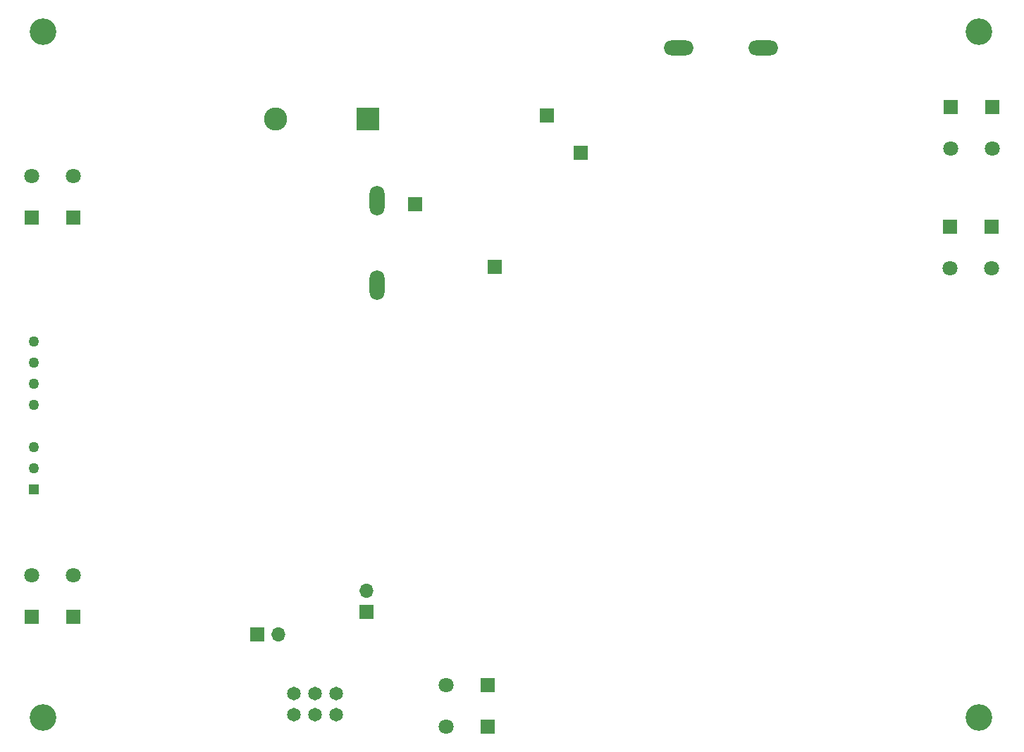
<source format=gbs>
G04 #@! TF.GenerationSoftware,KiCad,Pcbnew,(5.1.10)-1*
G04 #@! TF.CreationDate,2022-04-05T17:30:23-07:00*
G04 #@! TF.ProjectId,RacingTeam,52616369-6e67-4546-9561-6d2e6b696361,rev?*
G04 #@! TF.SameCoordinates,Original*
G04 #@! TF.FileFunction,Soldermask,Bot*
G04 #@! TF.FilePolarity,Negative*
%FSLAX46Y46*%
G04 Gerber Fmt 4.6, Leading zero omitted, Abs format (unit mm)*
G04 Created by KiCad (PCBNEW (5.1.10)-1) date 2022-04-05 17:30:23*
%MOMM*%
%LPD*%
G01*
G04 APERTURE LIST*
%ADD10C,3.200000*%
%ADD11O,1.700000X1.700000*%
%ADD12R,1.700000X1.700000*%
%ADD13R,1.800000X1.800000*%
%ADD14C,1.800000*%
%ADD15O,3.581400X1.790700*%
%ADD16O,1.790700X3.581400*%
%ADD17C,2.781300*%
%ADD18R,2.781300X2.781300*%
%ADD19C,1.650000*%
%ADD20C,1.258000*%
%ADD21R,1.258000X1.258000*%
G04 APERTURE END LIST*
D10*
G04 #@! TO.C,REF\u002A\u002A*
X114500000Y-118500000D03*
G04 #@! TD*
G04 #@! TO.C,REF\u002A\u002A*
X114500000Y-36000000D03*
G04 #@! TD*
G04 #@! TO.C,REF\u002A\u002A*
X227000000Y-36000000D03*
G04 #@! TD*
G04 #@! TO.C,REF\u002A\u002A*
X227000000Y-118500000D03*
G04 #@! TD*
D11*
G04 #@! TO.C,JP2*
X153400000Y-103300000D03*
D12*
X153400000Y-105840000D03*
G04 #@! TD*
G04 #@! TO.C,JP1*
X140250000Y-108500000D03*
D11*
X142790000Y-108500000D03*
G04 #@! TD*
D12*
G04 #@! TO.C,J4*
X168800000Y-64300000D03*
G04 #@! TD*
D13*
G04 #@! TO.C,J6*
X228500000Y-59500000D03*
D14*
X228500000Y-64500000D03*
D13*
X223500000Y-59500000D03*
D14*
X223500000Y-64500000D03*
G04 #@! TD*
G04 #@! TO.C,J7*
X223600000Y-50100000D03*
D13*
X223600000Y-45100000D03*
D14*
X228600000Y-50100000D03*
D13*
X228600000Y-45100000D03*
G04 #@! TD*
D12*
G04 #@! TO.C,J2*
X179120000Y-50580000D03*
G04 #@! TD*
G04 #@! TO.C,J3*
X175100000Y-46100000D03*
G04 #@! TD*
D15*
G04 #@! TO.C,D1*
X201080000Y-38000000D03*
X190920000Y-38000000D03*
G04 #@! TD*
D16*
G04 #@! TO.C,D2*
X154700000Y-66560000D03*
X154700000Y-56400000D03*
G04 #@! TD*
D12*
G04 #@! TO.C,J5*
X159200000Y-56800000D03*
G04 #@! TD*
D17*
G04 #@! TO.C,J1*
X142437400Y-46500000D03*
D18*
X153562600Y-46500000D03*
G04 #@! TD*
D14*
G04 #@! TO.C,J8*
X118200000Y-53400000D03*
D13*
X118200000Y-58400000D03*
D14*
X113200000Y-53400000D03*
D13*
X113200000Y-58400000D03*
G04 #@! TD*
D14*
G04 #@! TO.C,J11*
X163000000Y-114600000D03*
D13*
X168000000Y-114600000D03*
D14*
X163000000Y-119600000D03*
D13*
X168000000Y-119600000D03*
G04 #@! TD*
D19*
G04 #@! TO.C,J9*
X149740000Y-118170000D03*
X149740000Y-115630000D03*
X147200000Y-118170000D03*
X147200000Y-115630000D03*
X144660000Y-118170000D03*
X144660000Y-115630000D03*
G04 #@! TD*
D13*
G04 #@! TO.C,J10*
X113200000Y-106400000D03*
D14*
X113200000Y-101400000D03*
D13*
X118200000Y-106400000D03*
D14*
X118200000Y-101400000D03*
G04 #@! TD*
D20*
G04 #@! TO.C,PS1*
X113415000Y-73320000D03*
X113415000Y-75860000D03*
X113415000Y-78400000D03*
X113415000Y-80940000D03*
X113415000Y-86020000D03*
X113415000Y-88560000D03*
D21*
X113415000Y-91100000D03*
G04 #@! TD*
M02*

</source>
